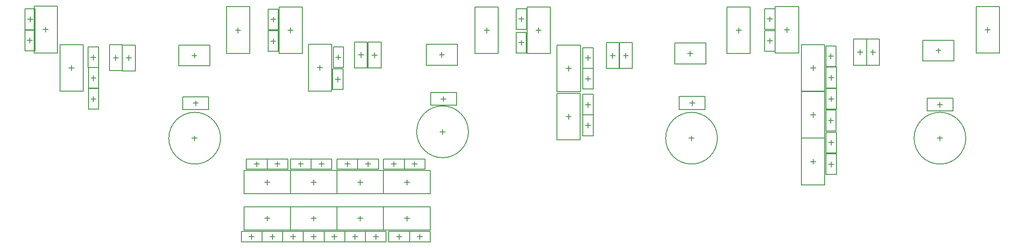
<source format=gbr>
%TF.GenerationSoftware,Altium Limited,Altium Designer,21.6.4 (81)*%
G04 Layer_Color=32768*
%FSLAX45Y45*%
%MOMM*%
%TF.SameCoordinates,70406637-7B68-4D14-BDBA-1000B2CC409E*%
%TF.FilePolarity,Positive*%
%TF.FileFunction,Other,Top_Component_Outline*%
%TF.Part,Single*%
G01*
G75*
%TA.AperFunction,NonConductor*%
%ADD51C,0.15000*%
D51*
X13500000Y-2600000D02*
G03*
X13500000Y-2600000I-500000J0D01*
G01*
X18300000D02*
G03*
X18300000Y-2600000I-500000J0D01*
G01*
X8688960Y-2476500D02*
G03*
X8688960Y-2476500I-500000J0D01*
G01*
X3900000Y-2600000D02*
G03*
X3900000Y-2600000I-500000J0D01*
G01*
X4350000Y-3675000D02*
Y-3225000D01*
X5250000Y-3675000D02*
Y-3225000D01*
X4350000D02*
X5250000D01*
X4350000Y-3675000D02*
X5250000D01*
X4750000Y-3450000D02*
X4850000D01*
X4800000Y-3500000D02*
Y-3400000D01*
X1345260Y-1235100D02*
X1545260D01*
X1345260Y-1635100D02*
Y-1235100D01*
X1445260Y-1485100D02*
Y-1385100D01*
X1395260Y-1435100D02*
X1495260D01*
X1545260Y-1635100D02*
Y-1235100D01*
X1345260Y-1635100D02*
X1545260D01*
X1342720Y-836320D02*
X1542720D01*
X1342720Y-1236320D02*
X1542720D01*
Y-836320D01*
X1342720Y-1236320D02*
Y-836320D01*
X1442720Y-1086320D02*
Y-986320D01*
X1392720Y-1036320D02*
X1492720D01*
X3393440Y-1050760D02*
Y-950760D01*
X3343440Y-1000760D02*
X3443440D01*
X3093440Y-1200760D02*
X3693440D01*
X3093440Y-800760D02*
X3693440D01*
Y-1200760D02*
Y-800760D01*
X3093440Y-1200760D02*
Y-800760D01*
X1345260Y-1639740D02*
X1545260D01*
X1345260Y-2039740D02*
Y-1639740D01*
X1445260Y-1889740D02*
Y-1789740D01*
X1395260Y-1839740D02*
X1495260D01*
X1545260Y-2039740D02*
Y-1639740D01*
X1345260Y-2039740D02*
X1545260D01*
X5100000Y-4600000D02*
Y-4400000D01*
Y-4600000D02*
X5500000D01*
X5250000Y-4500000D02*
X5350000D01*
X5300000Y-4550001D02*
Y-4450000D01*
X5100000Y-4400000D02*
X5500000D01*
Y-4600000D02*
Y-4400000D01*
X4700000Y-4600000D02*
Y-4400000D01*
Y-4600000D02*
X5100000D01*
X4850000Y-4500000D02*
X4950000D01*
X4900000Y-4550001D02*
Y-4450000D01*
X4700000Y-4400000D02*
X5100000D01*
Y-4600000D02*
Y-4400000D01*
X4500000Y-4550000D02*
Y-4450000D01*
X4450000Y-4500000D02*
X4550000D01*
X4300000Y-4600000D02*
X4700000D01*
X4300000Y-4400000D02*
X4700000D01*
Y-4600000D02*
Y-4400000D01*
X4300000Y-4600000D02*
Y-4400000D01*
X5000000Y-3150000D02*
Y-3050000D01*
X4950000Y-3100000D02*
X5050000D01*
X4800000Y-3200000D02*
X5200000D01*
X4800000Y-3000000D02*
X5200000D01*
Y-3200000D02*
Y-3000000D01*
X4800000Y-3200000D02*
Y-3000000D01*
X4600000Y-3150000D02*
Y-3050000D01*
X4550000Y-3100000D02*
X4650000D01*
X4400000Y-3200000D02*
X4800000D01*
X4400000Y-3000000D02*
X4800000D01*
Y-3200000D02*
Y-3000000D01*
X4400000Y-3200000D02*
Y-3000000D01*
X6600000Y-4200000D02*
Y-4100000D01*
X6550000Y-4150000D02*
X6650000D01*
X6150000Y-3925000D02*
X7050000D01*
X6150000Y-4375000D02*
X7050000D01*
X6150000D02*
Y-3925000D01*
X7050000Y-4375000D02*
Y-3925000D01*
X12950000Y-2600000D02*
X13050000D01*
X13000000Y-2650000D02*
Y-2550000D01*
X6300000Y-4600000D02*
Y-4400000D01*
X5900000Y-4600000D02*
Y-4400000D01*
Y-4600000D02*
X6300000D01*
X5900000Y-4400000D02*
X6300000D01*
X6050000Y-4500000D02*
X6150000D01*
X6100000Y-4550001D02*
Y-4450000D01*
X7100000Y-4600000D02*
Y-4400000D01*
X6700000Y-4600000D02*
Y-4400000D01*
Y-4600000D02*
X7100000D01*
X6700000Y-4400000D02*
X7100000D01*
X6850000Y-4500000D02*
X6950000D01*
X6900000Y-4550001D02*
Y-4450000D01*
X6700000Y-4600000D02*
Y-4400000D01*
X6300000Y-4600000D02*
Y-4400000D01*
Y-4600000D02*
X6700000D01*
X6300000Y-4400000D02*
X6700000D01*
X6450000Y-4500000D02*
X6550000D01*
X6500000Y-4550001D02*
Y-4450000D01*
X5700000Y-4200000D02*
Y-4100000D01*
X5650000Y-4150000D02*
X5750000D01*
X5250000Y-3925000D02*
X6150000D01*
X5250000Y-4375000D02*
X6150000D01*
X5250000D02*
Y-3925000D01*
X6150000Y-4375000D02*
Y-3925000D01*
X5900000Y-4600000D02*
Y-4400000D01*
X5500000Y-4600000D02*
Y-4400000D01*
Y-4600000D02*
X5900000D01*
X5500000Y-4400000D02*
X5900000D01*
X5650000Y-4500000D02*
X5750000D01*
X5700000Y-4550001D02*
Y-4450000D01*
X7850000Y-3200000D02*
Y-3000000D01*
X7450000Y-3200000D02*
Y-3000000D01*
Y-3200000D02*
X7850000D01*
X7450000Y-3000000D02*
X7850000D01*
X7600000Y-3100000D02*
X7700000D01*
X7650000Y-3150000D02*
Y-3050000D01*
X7550000Y-4600000D02*
Y-4400000D01*
X7150000Y-4600000D02*
Y-4400000D01*
Y-4600000D02*
X7550000D01*
X7150000Y-4400000D02*
X7550000D01*
X7300000Y-4500000D02*
X7400000D01*
X7350000Y-4550001D02*
Y-4450000D01*
X7950000Y-4600000D02*
Y-4400000D01*
X7550000Y-4600000D02*
Y-4400000D01*
Y-4600000D02*
X7950000D01*
X7550000Y-4400000D02*
X7950000D01*
X7700000Y-4500000D02*
X7800000D01*
X7750000Y-4550001D02*
Y-4450000D01*
X7500000Y-4200000D02*
Y-4100000D01*
X7450000Y-4150000D02*
X7550000D01*
X7050000Y-3925000D02*
X7950000D01*
X7050000Y-4375000D02*
X7950000D01*
X7050000D02*
Y-3925000D01*
X7950000Y-4375000D02*
Y-3925000D01*
Y-3675000D02*
Y-3225000D01*
X7050000Y-3675000D02*
Y-3225000D01*
Y-3675000D02*
X7950000D01*
X7050000Y-3225000D02*
X7950000D01*
X7450000Y-3450000D02*
X7550000D01*
X7500000Y-3500000D02*
Y-3400000D01*
X7450000Y-3200000D02*
Y-3000000D01*
X7050000Y-3200000D02*
Y-3000000D01*
Y-3200000D02*
X7450000D01*
X7050000Y-3000000D02*
X7450000D01*
X7200000Y-3100000D02*
X7300000D01*
X7250000Y-3150000D02*
Y-3050000D01*
X5700000Y-3500000D02*
Y-3400000D01*
X5650000Y-3450000D02*
X5750000D01*
X5250000Y-3225000D02*
X6150000D01*
X5250000Y-3675000D02*
X6150000D01*
X5250000D02*
Y-3225000D01*
X6150000Y-3675000D02*
Y-3225000D01*
X4800000Y-4200000D02*
Y-4100000D01*
X4750000Y-4150000D02*
X4850000D01*
X4350000Y-4375000D02*
X5250000D01*
X4350000Y-3925000D02*
X5250000D01*
Y-4375000D02*
Y-3925000D01*
X4350000Y-4375000D02*
Y-3925000D01*
X6600000Y-3500000D02*
Y-3400000D01*
X6550000Y-3450000D02*
X6650000D01*
X6150000Y-3225000D02*
X7050000D01*
X6150000Y-3675000D02*
X7050000D01*
X6150000D02*
Y-3225000D01*
X7050000Y-3675000D02*
Y-3225000D01*
X5650000Y-3200000D02*
Y-3000000D01*
X5250000Y-3200000D02*
Y-3000000D01*
Y-3200000D02*
X5650000D01*
X5250000Y-3000000D02*
X5650000D01*
X5400000Y-3100000D02*
X5500000D01*
X5450000Y-3150000D02*
Y-3050000D01*
X6050000Y-3200000D02*
Y-3000000D01*
X5650000Y-3200000D02*
Y-3000000D01*
Y-3200000D02*
X6050000D01*
X5650000Y-3000000D02*
X6050000D01*
X5800000Y-3100000D02*
X5900000D01*
X5850000Y-3150000D02*
Y-3050000D01*
X6550000Y-3200000D02*
Y-3000000D01*
X6150000Y-3200000D02*
Y-3000000D01*
Y-3200000D02*
X6550000D01*
X6150000Y-3000000D02*
X6550000D01*
X6300000Y-3100000D02*
X6400000D01*
X6350000Y-3150000D02*
Y-3050000D01*
X10950000Y-1950000D02*
X11050000D01*
X11000000Y-2000000D02*
Y-1900000D01*
X10900000Y-2150000D02*
Y-1750000D01*
X11100000Y-2150000D02*
Y-1750000D01*
X10900000Y-2150000D02*
X11100000D01*
X10900000Y-1750000D02*
X11100000D01*
X10950000Y-2350000D02*
X11050000D01*
X11000000Y-2400000D02*
Y-2300000D01*
X10900000Y-2550000D02*
Y-2150000D01*
X11100000Y-2550000D02*
Y-2150000D01*
X10900000Y-2550000D02*
X11100000D01*
X10900000Y-2150000D02*
X11100000D01*
X6750000Y-3150000D02*
Y-3050000D01*
X6700000Y-3100000D02*
X6800000D01*
X6550000Y-3000000D02*
X6950000D01*
X6550000Y-3200000D02*
X6950000D01*
X6550000D02*
Y-3000000D01*
X6950000Y-3200000D02*
Y-3000000D01*
X15649741Y-3102120D02*
X15749741D01*
X15699741Y-3152120D02*
Y-3052120D01*
X15599741Y-3302120D02*
Y-2902120D01*
X15799741Y-3302120D02*
Y-2902120D01*
X15599741Y-3302120D02*
X15799741D01*
X15599741Y-2902120D02*
X15799741D01*
X15647200Y-2684780D02*
X15747200D01*
X15697200Y-2734780D02*
Y-2634780D01*
X15597200Y-2884780D02*
Y-2484780D01*
X15797200Y-2884780D02*
Y-2484780D01*
X15597200Y-2884780D02*
X15797200D01*
X15597200Y-2484780D02*
X15797200D01*
X15644659Y-2258840D02*
X15744659D01*
X15694659Y-2308840D02*
Y-2208840D01*
X15594659Y-2458840D02*
Y-2058840D01*
X15794659Y-2458840D02*
Y-2058840D01*
X15594659Y-2458840D02*
X15794659D01*
X15594659Y-2058840D02*
X15794659D01*
X15649741Y-1838960D02*
X15749741D01*
X15699741Y-1888960D02*
Y-1788960D01*
X15599741Y-2038960D02*
Y-1638960D01*
X15799741Y-2038960D02*
Y-1638960D01*
X15599741Y-2038960D02*
X15799741D01*
X15599741Y-1638960D02*
X15799741D01*
X15647200Y-1427480D02*
X15747200D01*
X15697200Y-1477480D02*
Y-1377480D01*
X15597200Y-1627480D02*
Y-1227480D01*
X15797200Y-1627480D02*
Y-1227480D01*
X15597200Y-1627480D02*
X15797200D01*
X15597200Y-1227480D02*
X15797200D01*
X15644659Y-1016000D02*
X15744659D01*
X15694659Y-1066000D02*
Y-966000D01*
X15594659Y-1216000D02*
Y-816000D01*
X15794659Y-1216000D02*
Y-816000D01*
X15594659Y-1216000D02*
X15794659D01*
X15594659Y-816000D02*
X15794659D01*
X14466100Y-718820D02*
X14566100D01*
X14516100Y-768820D02*
Y-668820D01*
X14416100Y-918820D02*
Y-518820D01*
X14616100Y-918820D02*
Y-518820D01*
X14416100Y-918820D02*
X14616100D01*
X14416100Y-518820D02*
X14616100D01*
X14463560Y-297180D02*
X14563560D01*
X14513560Y-347180D02*
Y-247180D01*
X14413560Y-497180D02*
Y-97180D01*
X14613560Y-497180D02*
Y-97180D01*
X14413560Y-497180D02*
X14613560D01*
X14413560Y-97180D02*
X14613560D01*
X10950000Y-1450000D02*
X11050000D01*
X11000000Y-1500000D02*
Y-1400000D01*
X10900000Y-1650000D02*
Y-1250000D01*
X11100000Y-1650000D02*
Y-1250000D01*
X10900000Y-1650000D02*
X11100000D01*
X10900000Y-1250000D02*
X11100000D01*
X10950000Y-1050000D02*
X11050000D01*
X11000000Y-1100000D02*
Y-1000000D01*
X10900000Y-1250000D02*
Y-850000D01*
X11100000Y-1250000D02*
Y-850000D01*
X10900000Y-1250000D02*
X11100000D01*
X10900000Y-850000D02*
X11100000D01*
X9660420Y-754380D02*
X9760420D01*
X9710420Y-804380D02*
Y-704380D01*
X9610420Y-954380D02*
Y-554380D01*
X9810420Y-954380D02*
Y-554380D01*
X9610420Y-954380D02*
X9810420D01*
X9610420Y-554380D02*
X9810420D01*
X9665500Y-297180D02*
X9765500D01*
X9715500Y-347180D02*
Y-247180D01*
X9615500Y-497180D02*
Y-97180D01*
X9815500Y-497180D02*
Y-97180D01*
X9615500Y-497180D02*
X9815500D01*
X9615500Y-97180D02*
X9815500D01*
X6114580Y-1460500D02*
X6214580D01*
X6164580Y-1510500D02*
Y-1410500D01*
X6064580Y-1660500D02*
Y-1260500D01*
X6264580Y-1660500D02*
Y-1260500D01*
X6064580Y-1660500D02*
X6264580D01*
X6064580Y-1260500D02*
X6264580D01*
X6127280Y-1034560D02*
X6227280D01*
X6177280Y-1084560D02*
Y-984560D01*
X6077280Y-1234560D02*
Y-834560D01*
X6277280Y-1234560D02*
Y-834560D01*
X6077280Y-1234560D02*
X6277280D01*
X6077280Y-834560D02*
X6277280D01*
X4867440Y-723900D02*
X4967440D01*
X4917440Y-773900D02*
Y-673900D01*
X4817440Y-923900D02*
Y-523900D01*
X5017440Y-923900D02*
Y-523900D01*
X4817440Y-923900D02*
X5017440D01*
X4817440Y-523900D02*
X5017440D01*
X4867440Y-305580D02*
X4967440D01*
X4917440Y-355580D02*
Y-255580D01*
X4817440Y-505580D02*
Y-105580D01*
X5017440Y-505580D02*
Y-105580D01*
X4817440Y-505580D02*
X5017440D01*
X4817440Y-105580D02*
X5017440D01*
X166640Y-711140D02*
X266640D01*
X216640Y-761140D02*
Y-661140D01*
X116640Y-911140D02*
Y-511140D01*
X316640Y-911140D02*
Y-511140D01*
X116640Y-911140D02*
X316640D01*
X116640Y-511140D02*
X316640D01*
X169180Y-302200D02*
X269180D01*
X219180Y-352200D02*
Y-252200D01*
X119180Y-502200D02*
Y-102200D01*
X319180Y-502200D02*
Y-102200D01*
X119180Y-502200D02*
X319180D01*
X119180Y-102200D02*
X319180D01*
X15300000Y-2150000D02*
X15400000D01*
X15350000Y-2200000D02*
Y-2100000D01*
X15575000Y-2600000D02*
Y-1700000D01*
X15125000Y-2600000D02*
Y-1700000D01*
X15575000D01*
X15125000Y-2600000D02*
X15575000D01*
X15300000Y-3050000D02*
X15400000D01*
X15350000Y-3100000D02*
Y-3000000D01*
X15575000Y-3500000D02*
Y-2600000D01*
X15125000Y-3500000D02*
Y-2600000D01*
X15575000D01*
X15125000Y-3500000D02*
X15575000D01*
X971080Y-1242060D02*
X1071080D01*
X1021080Y-1292060D02*
Y-1192060D01*
X1246080Y-1692060D02*
Y-792060D01*
X796080Y-1692060D02*
Y-792060D01*
X1246080D01*
X796080Y-1692060D02*
X1246080D01*
X470700Y-500340D02*
X570700D01*
X520700Y-550340D02*
Y-450340D01*
X745700Y-950340D02*
Y-50340D01*
X295700Y-950340D02*
Y-50340D01*
X745700D01*
X295700Y-950340D02*
X745700D01*
X17750000Y-2600000D02*
X17850000D01*
X17800000Y-2650000D02*
Y-2550000D01*
X8138960Y-2476500D02*
X8238960D01*
X8188960Y-2526500D02*
Y-2426500D01*
X3350000Y-2600000D02*
X3450000D01*
X3400000Y-2650000D02*
Y-2550000D01*
X4014260Y-960580D02*
X4464260D01*
X4014260Y-60580D02*
X4464260D01*
X4014260Y-960580D02*
Y-60580D01*
X4464260Y-960580D02*
Y-60580D01*
X4239260Y-560580D02*
Y-460580D01*
X4189260Y-510580D02*
X4289260D01*
X16382460Y-1187260D02*
X16632460D01*
X16382460Y-687260D02*
X16632460D01*
X16382460Y-1187260D02*
Y-687260D01*
X16632460Y-1187260D02*
Y-687260D01*
X16507460Y-987260D02*
Y-887260D01*
X16457460Y-937260D02*
X16557460D01*
X17469341Y-1106780D02*
Y-706780D01*
X18069341Y-1106780D02*
Y-706780D01*
X17469341D02*
X18069341D01*
X17469341Y-1106780D02*
X18069341D01*
X17719341Y-906780D02*
X17819341D01*
X17769341Y-956780D02*
Y-856780D01*
X18499879Y-957960D02*
X18949879D01*
X18499879Y-57960D02*
X18949879D01*
X18499879Y-957960D02*
Y-57960D01*
X18949879Y-957960D02*
Y-57960D01*
X18724879Y-557960D02*
Y-457960D01*
X18674879Y-507960D02*
X18774879D01*
X17800000Y-2000000D02*
Y-1900000D01*
X17750000Y-1950000D02*
X17850000D01*
X17550000Y-2075000D02*
X18050000D01*
X17550000Y-1825000D02*
X18050000D01*
Y-2075000D02*
Y-1825000D01*
X17550000Y-2075000D02*
Y-1825000D01*
X15124220Y-1689480D02*
X15574220D01*
X15124220Y-789480D02*
X15574220D01*
X15124220Y-1689480D02*
Y-789480D01*
X15574220Y-1689480D02*
Y-789480D01*
X15349220Y-1289480D02*
Y-1189480D01*
X15299220Y-1239480D02*
X15399220D01*
X16206000Y-937260D02*
X16306000D01*
X16256000Y-987260D02*
Y-887260D01*
X16381000Y-1187260D02*
Y-687260D01*
X16131000Y-1187260D02*
Y-687260D01*
X16381000D01*
X16131000Y-1187260D02*
X16381000D01*
X14618761Y-952880D02*
X15068761D01*
X14618761Y-52880D02*
X15068761D01*
X14618761Y-952880D02*
Y-52880D01*
X15068761Y-952880D02*
Y-52880D01*
X14843761Y-552880D02*
Y-452880D01*
X14793761Y-502880D02*
X14893761D01*
X2078520Y-1049020D02*
X2178520D01*
X2128520Y-1099020D02*
Y-999020D01*
X2253520Y-1299020D02*
Y-799020D01*
X2003520Y-1299020D02*
Y-799020D01*
X2253520D01*
X2003520Y-1299020D02*
X2253520D01*
X8209280Y-1888960D02*
Y-1788960D01*
X8159280Y-1838960D02*
X8259280D01*
X7959280Y-1963960D02*
X8459280D01*
X7959280Y-1713960D02*
X8459280D01*
Y-1963960D02*
Y-1713960D01*
X7959280Y-1963960D02*
Y-1713960D01*
X6486620Y-740860D02*
X6736620D01*
X6486620Y-1240860D02*
X6736620D01*
Y-740860D01*
X6486620Y-1240860D02*
Y-740860D01*
X6611620Y-1040860D02*
Y-940860D01*
X6561620Y-990860D02*
X6661620D01*
X5027720Y-965660D02*
X5477720D01*
X5027720Y-65660D02*
X5477720D01*
X5027720Y-965660D02*
Y-65660D01*
X5477720Y-965660D02*
Y-65660D01*
X5252720Y-565660D02*
Y-465660D01*
X5202720Y-515660D02*
X5302720D01*
X8817400Y-965660D02*
X9267400D01*
X8817400Y-65660D02*
X9267400D01*
X8817400Y-965660D02*
Y-65660D01*
X9267400Y-965660D02*
Y-65660D01*
X9042400Y-565660D02*
Y-465660D01*
X8992400Y-515660D02*
X9092400D01*
X7876260Y-1188060D02*
Y-788060D01*
X8476260Y-1188060D02*
Y-788060D01*
X7876260D02*
X8476260D01*
X7876260Y-1188060D02*
X8476260D01*
X8126260Y-988060D02*
X8226260D01*
X8176260Y-1038060D02*
Y-938060D01*
X6825780Y-993140D02*
X6925780D01*
X6875780Y-1043140D02*
Y-943140D01*
X6750780Y-1243140D02*
Y-743140D01*
X7000780Y-1243140D02*
Y-743140D01*
X6750780Y-1243140D02*
X7000780D01*
X6750780Y-743140D02*
X7000780D01*
X1827060Y-1046480D02*
X1927060D01*
X1877060Y-1096480D02*
Y-996480D01*
X2002060Y-1296480D02*
Y-796480D01*
X1752060Y-1296480D02*
Y-796480D01*
X2002060D01*
X1752060Y-1296480D02*
X2002060D01*
X10398740Y-2631860D02*
X10848740D01*
X10398740Y-1731860D02*
X10848740D01*
X10398740Y-2631860D02*
Y-1731860D01*
X10848740Y-2631860D02*
Y-1731860D01*
X10623740Y-2231860D02*
Y-2131860D01*
X10573740Y-2181860D02*
X10673740D01*
X10402360Y-1699640D02*
X10852360D01*
X10402360Y-799640D02*
X10852360D01*
X10402360Y-1699640D02*
Y-799640D01*
X10852360Y-1699640D02*
Y-799640D01*
X10627360Y-1299640D02*
Y-1199640D01*
X10577360Y-1249640D02*
X10677360D01*
X12674320Y-1162660D02*
Y-762660D01*
X13274319Y-1162660D02*
Y-762660D01*
X12674320D02*
X13274319D01*
X12674320Y-1162660D02*
X13274319D01*
X12924319Y-962660D02*
X13024319D01*
X12974319Y-1012660D02*
Y-912660D01*
X13686580Y-963080D02*
X14136580D01*
X13686580Y-63080D02*
X14136580D01*
X13686580Y-963080D02*
Y-63080D01*
X14136580Y-963080D02*
Y-63080D01*
X13911580Y-563080D02*
Y-463080D01*
X13861580Y-513080D02*
X13961580D01*
X3418840Y-1972780D02*
Y-1872780D01*
X3368840Y-1922780D02*
X3468840D01*
X3168840Y-2047780D02*
X3668840D01*
X3168840Y-1797780D02*
X3668840D01*
Y-2047780D02*
Y-1797780D01*
X3168840Y-2047780D02*
Y-1797780D01*
X9820700Y-963080D02*
X10270700D01*
X9820700Y-63080D02*
X10270700D01*
X9820700Y-963080D02*
Y-63080D01*
X10270700Y-963080D02*
Y-63080D01*
X10045700Y-563080D02*
Y-463080D01*
X9995700Y-513080D02*
X10095700D01*
X11682260Y-1003300D02*
X11782260D01*
X11732260Y-1053300D02*
Y-953300D01*
X11607260Y-1253300D02*
Y-753300D01*
X11857260Y-1253300D02*
Y-753300D01*
X11607260Y-1253300D02*
X11857260D01*
X11607260Y-753300D02*
X11857260D01*
X11353260D02*
X11603260D01*
X11353260Y-1253300D02*
X11603260D01*
Y-753300D01*
X11353260Y-1253300D02*
Y-753300D01*
X11478260Y-1053300D02*
Y-953300D01*
X11428260Y-1003300D02*
X11528260D01*
X13012421Y-1970240D02*
Y-1870240D01*
X12962421Y-1920240D02*
X13062421D01*
X12762420Y-2045240D02*
X13262421D01*
X12762420Y-1795240D02*
X13262421D01*
Y-2045240D02*
Y-1795240D01*
X12762420Y-2045240D02*
Y-1795240D01*
X5596680Y-1686940D02*
X6046680D01*
X5596680Y-786940D02*
X6046680D01*
X5596680Y-1686940D02*
Y-786940D01*
X6046680Y-1686940D02*
Y-786940D01*
X5821680Y-1286940D02*
Y-1186940D01*
X5771680Y-1236940D02*
X5871680D01*
%TF.MD5,d05733ee99cfc460da47e21f1bea8e2b*%
M02*

</source>
